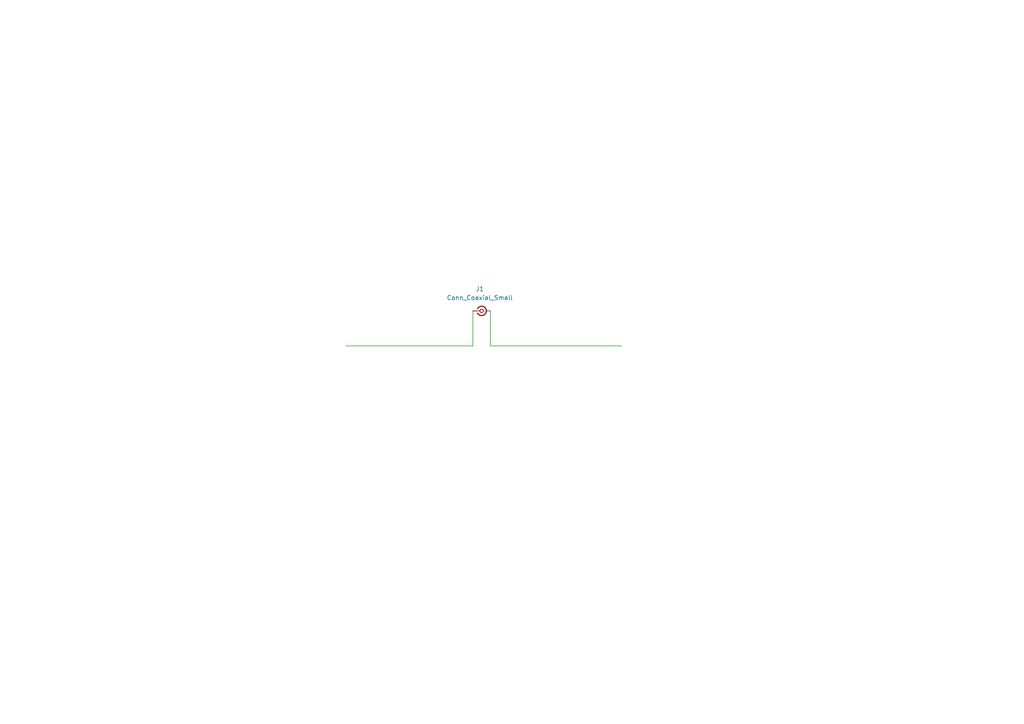
<source format=kicad_sch>
(kicad_sch (version 20231120) (generator "eeschema") (generator_version "8.0")
  (paper "A4")
  (title_block (title "ANT24A") (date "2024-02-28") (rev "1.0") (company "HARDWARIO") (comment 1 "AGILE HARDWARE DEVELOPMENT") (comment 2 "HARDWARIO.COM"))
  (lib_symbols
    (symbol "Connector:Conn_Coaxial_Small" (pin_numbers hide) (pin_names (offset 1.016) hide)
      (property "Reference" "J" (at 0.254 3.048 0))
      (property "Value" "Conn_Coaxial_Small" (at 0 -3.81 0))
      (symbol "Conn_Coaxial_Small_0_1"
        (polyline (pts (xy -2.54 0) (xy -0.508 0)))
        (circle (center 0 0) (radius 0.508) (stroke (width 0.2032)))
      )
      (symbol "Conn_Coaxial_Small_1_1"
        (arc (start -1.1916 -0.6311) (mid 0.327 -1.3081) (end 1.3484 0.0039) (stroke (width 0.3048)))
        (arc (start 1.3484 -0.0039) (mid 0.327 1.3081) (end -1.1916 0.6311) (stroke (width 0.3048)))
        (pin passive line (at -2.54 0 0) (length 1.27) (name "In") (number "1"))
        (pin passive line (at 2.54 0 180) (length 1.27) (name "Ext") (number "2"))
      )
    )
  )
  (wire (pts (xy 142.24 90.17) (xy 142.24 100.33)))
  (wire (pts (xy 137.16 90.17) (xy 137.16 100.33)))
  (wire (pts (xy 142.24 100.33) (xy 180.34 100.33)))
  (wire (pts (xy 100.33 100.33) (xy 137.16 100.33)))
  (symbol (lib_id "Connector:Conn_Coaxial_Small") (at 139.7 90.17 0) (unit 1)
    (property "Reference" "J1" (at 139.1804 83.82 0))
    (property "Value" "Conn_Coaxial_Small" (at 139.1804 86.36 0))
    (property "Datasheet" " ~" (effects (hide yes)))
    (property "Description" "small coaxial connector (BNC, SMA, SMB, SMC, Cinch/RCA, LEMO, ...)" (effects (hide yes)))
  )
)
</source>
